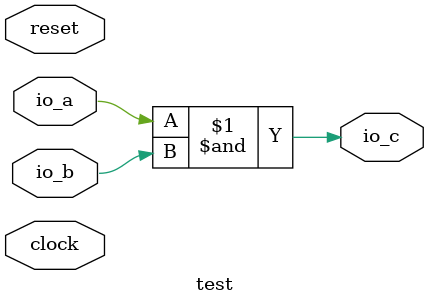
<source format=v>
module test(
  input   clock,
  input   reset,
  input   io_a,
  input   io_b,
  output  io_c
);
  assign io_c = io_a & io_b; // @[test.scala 13:18]
endmodule

</source>
